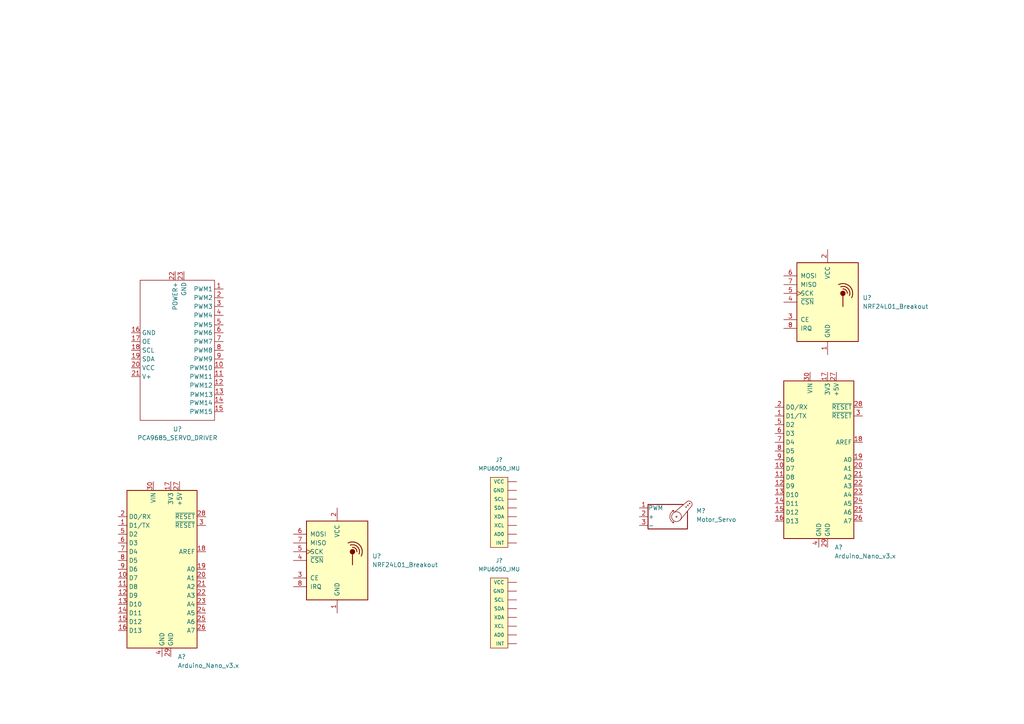
<source format=kicad_sch>
(kicad_sch (version 20211123) (generator eeschema)
  (paper "A4")
  (lib_symbols
    (symbol "AA_Custom_Components:MPU6050_IMU" (pin_numbers hide) (pin_names (offset 1.016))
      (property "Reference" "J" (at -1.27 10.16 0))
      (property "Value" "MPU6050_IMU" (at 0 -15.24 0))
      (symbol "MPU6050_IMU_0_1"
        (rectangle (start -3.81 8.89) (end 1.27 -11.43) (fill (type background)))
      )
      (symbol "MPU6050_IMU_1_1"
        (pin input line (at 3.81 -7.62 180) (length 2.54) (name "AD0") (number "1"))
        (pin input line (at 3.81 -10.16 180) (length 2.54) (name "INT") (number "1"))
        (pin output line (at 3.81 -5.08 180) (length 2.54) (name "XCL") (number "2"))
        (pin passive line (at 3.81 0 180) (length 2.54) (name "SDA") (number "3"))
        (pin passive line (at 3.81 2.54 180) (length 2.54) (name "SCL") (number "4"))
        (pin power_out line (at 3.81 -2.54 180) (length 2.54) (name "XDA") (number "5"))
        (pin power_in line (at 3.81 5.08 180) (length 2.54) (name "GND") (number "6"))
        (pin power_in line (at 3.81 7.62 180) (length 2.54) (name "VCC") (number "7"))
      )
    )
    (symbol "AA_Custom_Components:PCA9685_SERVO_DRIVER"
      (property "Reference" "U" (at 0 0 0))
      (property "Value" "PCA9685_SERVO_DRIVER" (at 0 0 0))
      (symbol "PCA9685_SERVO_DRIVER_0_1"
        (rectangle (start -13.97 -10.16) (end 7.62 -50.8))
      )
      (symbol "PCA9685_SERVO_DRIVER_1_1"
        (pin input line (at 10.16 -12.7 180) (length 2.54) (name "PWM1") (number "1"))
        (pin input line (at 10.16 -35.56 180) (length 2.54) (name "PWM10") (number "10"))
        (pin input line (at 10.16 -38.1 180) (length 2.54) (name "PWM11") (number "11"))
        (pin input line (at 10.16 -40.64 180) (length 2.54) (name "PWM12") (number "12"))
        (pin input line (at 10.2446 -43.3471 180) (length 2.54) (name "PWM13") (number "13"))
        (pin input line (at 10.16 -45.72 180) (length 2.54) (name "PWM14") (number "14"))
        (pin input line (at 10.16 -48.26 180) (length 2.54) (name "PWM15") (number "15"))
        (pin input line (at -16.51 -25.4 0) (length 2.54) (name "GND") (number "16"))
        (pin input line (at -16.51 -27.94 0) (length 2.54) (name "OE") (number "17"))
        (pin input line (at -16.51 -30.48 0) (length 2.54) (name "SCL") (number "18"))
        (pin input line (at -16.51 -33.02 0) (length 2.54) (name "SDA") (number "19"))
        (pin input line (at 10.16 -15.24 180) (length 2.54) (name "PWM2") (number "2"))
        (pin input line (at -16.51 -35.56 0) (length 2.54) (name "VCC") (number "20"))
        (pin input line (at -16.51 -38.1 0) (length 2.54) (name "V+") (number "21"))
        (pin input line (at -3.81 -7.62 270) (length 2.54) (name "POWER+") (number "22"))
        (pin input line (at -1.27 -7.62 270) (length 2.54) (name "GND") (number "23"))
        (pin input line (at 10.16 -17.78 180) (length 2.54) (name "PWM3") (number "3"))
        (pin input line (at 10.16 -20.32 180) (length 2.54) (name "PWM4") (number "4"))
        (pin input line (at 10.1584 -23.1125 180) (length 2.54) (name "PWM5") (number "5"))
        (pin input line (at 10.16 -25.4 180) (length 2.54) (name "PWM6") (number "6"))
        (pin input line (at 10.16 -27.94 180) (length 2.54) (name "PWM7") (number "7"))
        (pin input line (at 10.16 -30.48 180) (length 2.54) (name "PWM8") (number "8"))
        (pin input line (at 10.16 -33.02 180) (length 2.54) (name "PWM9") (number "9"))
      )
    )
    (symbol "MCU_Module:Arduino_Nano_v3.x"
      (property "Reference" "A" (at -10.16 23.495 0))
      (property "Value" "Arduino_Nano_v3.x" (at 5.08 -24.13 0))
      (symbol "Arduino_Nano_v3.x_0_1"
        (rectangle (start -10.16 22.86) (end 10.16 -22.86) (stroke (width 0.254)) (fill (type background)))
      )
      (symbol "Arduino_Nano_v3.x_1_1"
        (pin bidirectional line (at -12.7 12.7 0) (length 2.54) (name "D1/TX") (number "1"))
        (pin bidirectional line (at -12.7 -2.54 0) (length 2.54) (name "D7") (number "10"))
        (pin bidirectional line (at -12.7 -5.08 0) (length 2.54) (name "D8") (number "11"))
        (pin bidirectional line (at -12.7 -7.62 0) (length 2.54) (name "D9") (number "12"))
        (pin bidirectional line (at -12.7 -10.16 0) (length 2.54) (name "D10") (number "13"))
        (pin bidirectional line (at -12.7 -12.7 0) (length 2.54) (name "D11") (number "14"))
        (pin bidirectional line (at -12.7 -15.24 0) (length 2.54) (name "D12") (number "15"))
        (pin bidirectional line (at -12.7 -17.78 0) (length 2.54) (name "D13") (number "16"))
        (pin power_out line (at 2.54 25.4 270) (length 2.54) (name "3V3") (number "17"))
        (pin input line (at 12.7 5.08 180) (length 2.54) (name "AREF") (number "18"))
        (pin bidirectional line (at 12.7 0 180) (length 2.54) (name "A0") (number "19"))
        (pin bidirectional line (at -12.7 15.24 0) (length 2.54) (name "D0/RX") (number "2"))
        (pin bidirectional line (at 12.7 -2.54 180) (length 2.54) (name "A1") (number "20"))
        (pin bidirectional line (at 12.7 -5.08 180) (length 2.54) (name "A2") (number "21"))
        (pin bidirectional line (at 12.7 -7.62 180) (length 2.54) (name "A3") (number "22"))
        (pin bidirectional line (at 12.7 -10.16 180) (length 2.54) (name "A4") (number "23"))
        (pin bidirectional line (at 12.7 -12.7 180) (length 2.54) (name "A5") (number "24"))
        (pin bidirectional line (at 12.7 -15.24 180) (length 2.54) (name "A6") (number "25"))
        (pin bidirectional line (at 12.7 -17.78 180) (length 2.54) (name "A7") (number "26"))
        (pin power_out line (at 5.08 25.4 270) (length 2.54) (name "+5V") (number "27"))
        (pin input line (at 12.7 15.24 180) (length 2.54) (name "~{RESET}") (number "28"))
        (pin power_in line (at 2.54 -25.4 90) (length 2.54) (name "GND") (number "29"))
        (pin input line (at 12.7 12.7 180) (length 2.54) (name "~{RESET}") (number "3"))
        (pin power_in line (at -2.54 25.4 270) (length 2.54) (name "VIN") (number "30"))
        (pin power_in line (at 0 -25.4 90) (length 2.54) (name "GND") (number "4"))
        (pin bidirectional line (at -12.7 10.16 0) (length 2.54) (name "D2") (number "5"))
        (pin bidirectional line (at -12.7 7.62 0) (length 2.54) (name "D3") (number "6"))
        (pin bidirectional line (at -12.7 5.08 0) (length 2.54) (name "D4") (number "7"))
        (pin bidirectional line (at -12.7 2.54 0) (length 2.54) (name "D5") (number "8"))
        (pin bidirectional line (at -12.7 0 0) (length 2.54) (name "D6") (number "9"))
      )
    )
    (symbol "Motor:Motor_Servo" (pin_names (offset 0.0254))
      (property "Reference" "M" (at -5.08 4.445 0))
      (property "Value" "Motor_Servo" (at -5.08 -4.064 0))
      (symbol "Motor_Servo_0_1"
        (polyline (pts (xy 2.413 -1.778) (xy 2.032 -1.778)))
        (polyline (pts (xy 2.413 -1.778) (xy 2.286 -1.397)))
        (polyline (pts (xy 2.413 1.778) (xy 1.905 1.778)))
        (polyline (pts (xy 2.413 1.778) (xy 2.286 1.397)))
        (polyline (pts (xy 6.35 4.445) (xy 2.54 1.27)))
        (polyline (pts (xy 7.62 3.175) (xy 4.191 -1.016)))
        (polyline (pts (xy 5.08 3.556) (xy -5.08 3.556) (xy -5.08 -3.556) (xy 6.35 -3.556) (xy 6.35 1.524)) (stroke (width 0.254)))
        (arc (start 2.413 1.778) (mid 1.2406 0) (end 2.413 -1.778))
        (circle (center 3.175 0) (radius 0.1778))
        (circle (center 3.175 0) (radius 1.4224))
        (circle (center 5.969 2.794) (radius 0.127))
        (circle (center 6.477 3.302) (radius 0.127))
        (circle (center 6.985 3.81) (radius 0.127))
        (arc (start 7.62 3.175) (mid 7.4485 4.2735) (end 6.35 4.445))
      )
      (symbol "Motor_Servo_1_1"
        (pin passive line (at -7.62 2.54 0) (length 2.54) (name "PWM") (number "1"))
        (pin passive line (at -7.62 0 0) (length 2.54) (name "+") (number "2"))
        (pin passive line (at -7.62 -2.54 0) (length 2.54) (name "-") (number "3"))
      )
    )
    (symbol "RF:NRF24L01_Breakout" (pin_names (offset 1.016))
      (property "Reference" "U" (at -8.89 12.7 0))
      (property "Value" "NRF24L01_Breakout" (at 3.81 12.7 0))
      (symbol "NRF24L01_Breakout_0_1"
        (rectangle (start -8.89 11.43) (end 8.89 -11.43) (stroke (width 0.254)) (fill (type background)))
        (polyline (pts (xy 4.445 1.905) (xy 4.445 -1.27)) (stroke (width 0.254)))
        (circle (center 4.445 2.54) (radius 0.635) (stroke (width 0.254)) (fill (type outline)))
        (arc (start 5.715 2.54) (mid 5.3521 3.4546) (end 4.445 3.81) (stroke (width 0.254)))
        (arc (start 6.35 1.905) (mid 5.8763 3.9854) (end 3.81 4.445) (stroke (width 0.254)))
        (arc (start 6.985 1.27) (mid 6.453 4.548) (end 3.175 5.08) (stroke (width 0.254)))
      )
      (symbol "NRF24L01_Breakout_1_1"
        (pin power_in line (at 0 -15.24 90) (length 3.81) (name "GND") (number "1"))
        (pin power_in line (at 0 15.24 270) (length 3.81) (name "VCC") (number "2"))
        (pin input line (at -12.7 -5.08 0) (length 3.81) (name "CE") (number "3"))
        (pin input line (at -12.7 0 0) (length 3.81) (name "~{CSN}") (number "4"))
        (pin input clock (at -12.7 2.54 0) (length 3.81) (name "SCK") (number "5"))
        (pin input line (at -12.7 7.62 0) (length 3.81) (name "MOSI") (number "6"))
        (pin output line (at -12.7 5.08 0) (length 3.81) (name "MISO") (number "7"))
        (pin output line (at -12.7 -7.62 0) (length 3.81) (name "IRQ") (number "8"))
      )
    )
  )
  (symbol (lib_id "MCU_Module:Arduino_Nano_v3.x") (at 237.49 133.35 0) (unit 1)
    (property "Reference" "A?" (at 242.0494 158.75 0) (effects (justify left)))
    (property "Value" "Arduino_Nano_v3.x" (at 242.0494 161.29 0) (effects (justify left)))
    (property "Footprint" "Module:Arduino_Nano" (effects hide))
    (property "Datasheet" "http://www.mouser.com/pdfdocs/Gravitech_Arduino_Nano3_0.pdf" (effects hide))
  )
  (symbol (lib_id "AA_Custom_Components:MPU6050_IMU") (at 146.05 147.32 0) (unit 1)
    (property "Reference" "J?" (at 144.78 133.35 0) (effects (font (size 1.143 1.143))))
    (property "Value" "MPU6050_IMU" (at 144.78 135.89 0) (effects (font (size 1.143 1.143))))
  )
  (symbol (lib_id "RF:NRF24L01_Breakout") (at 97.79 162.56 0) (unit 1)
    (property "Reference" "U?" (at 107.95 161.2899 0) (effects (justify left)))
    (property "Value" "NRF24L01_Breakout" (at 107.95 163.8299 0) (effects (justify left)))
    (property "Footprint" "RF_Module:nRF24L01_Breakout" (effects hide))
    (property "Datasheet" "http://www.nordicsemi.com/eng/content/download/2730/34105/file/nRF24L01_Product_Specification_v2_0.pdf" (effects hide))
  )
  (symbol (lib_id "Motor:Motor_Servo") (at 193.04 149.86 0) (unit 1)
    (property "Reference" "M?" (at 201.93 148.1565 0) (effects (justify left)))
    (property "Value" "Motor_Servo" (at 201.93 150.6965 0) (effects (justify left)))
    (property "Datasheet" "http://forums.parallax.com/uploads/attachments/46831/74481.png" (effects hide))
  )
  (symbol (lib_id "MCU_Module:Arduino_Nano_v3.x") (at 46.99 165.1 0) (unit 1)
    (property "Reference" "A?" (at 51.5494 190.5 0) (effects (justify left)))
    (property "Value" "Arduino_Nano_v3.x" (at 51.5494 193.04 0) (effects (justify left)))
    (property "Footprint" "Module:Arduino_Nano" (effects hide))
    (property "Datasheet" "http://www.mouser.com/pdfdocs/Gravitech_Arduino_Nano3_0.pdf" (effects hide))
  )
  (symbol (lib_id "AA_Custom_Components:PCA9685_SERVO_DRIVER") (at 54.61 71.12 0) (unit 1)
    (property "Reference" "U?" (at 51.4773 124.46 0))
    (property "Value" "PCA9685_SERVO_DRIVER" (at 51.4773 127 0))
  )
  (symbol (lib_id "RF:NRF24L01_Breakout") (at 240.03 87.63 0) (unit 1)
    (property "Reference" "U?" (at 250.19 86.3599 0) (effects (justify left)))
    (property "Value" "NRF24L01_Breakout" (at 250.19 88.8999 0) (effects (justify left)))
    (property "Footprint" "RF_Module:nRF24L01_Breakout" (effects hide))
    (property "Datasheet" "http://www.nordicsemi.com/eng/content/download/2730/34105/file/nRF24L01_Product_Specification_v2_0.pdf" (effects hide))
  )
  (symbol (lib_id "AA_Custom_Components:MPU6050_IMU") (at 146.05 176.53 0) (unit 1)
    (property "Reference" "J?" (at 144.78 162.56 0) (effects (font (size 1.143 1.143))))
    (property "Value" "MPU6050_IMU" (at 144.78 165.1 0) (effects (font (size 1.143 1.143))))
  )
)
</source>
